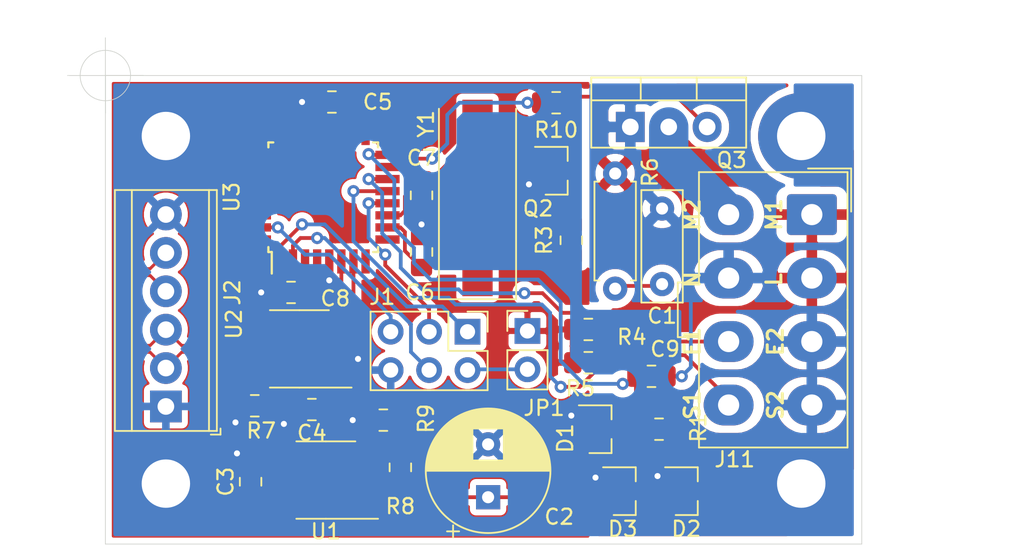
<source format=kicad_pcb>
(kicad_pcb (version 20171130) (host pcbnew 5.1.8+dfsg1-1+b1)
  (title_block (title "Single motor driver") (date 2020-10-23) (rev 1) (company "CCC Basel"))
  (layers (0 F.Cu signal) (31 B.Cu signal) (34 B.Paste user) (35 F.Paste user) (36 B.SilkS user) (37 F.SilkS user) (38 B.Mask user) (39 F.Mask user) (44 Edge.Cuts user))
  (net 0 "")
  (net 1 "Net-(C1-Pad1)")
  (net 2 GND)
  (net 3 "Net-(C2-Pad1)")
  (net 4 +5V)
  (net 5 "Net-(C6-Pad2)")
  (net 6 "Net-(C7-Pad2)")
  (net 7 LINE)
  (net 8 /STOP1)
  (net 9 /EMPTY1)
  (net 10 /MOTOR2)
  (net 11 /CAN_P)
  (net 12 /CAN_N)
  (net 13 /MISO)
  (net 14 /SCK)
  (net 15 /MOSI)
  (net 16 /~RESET)
  (net 17 /ZERO)
  (net 18 /TRIGGER)
  (net 19 "Net-(Q2-Pad3)")
  (net 20 "Net-(R7-Pad1)")
  (net 21 "Net-(R8-Pad2)")
  (net 22 /RXCAN)
  (net 23 /TXCAN)
  (net 24 "Net-(J1-Pad2)")
  (net 25 NEUT)
  (module Connector_Molex:Molex_Mini-Fit_Jr_5566-08A_2x04_P4.20mm_Vertical (layer F.Cu) (at 196.7 79.2 270)
    (fp_text reference J11 (at 16.2 5.1 180) (layer F.SilkS))
    (fp_text value Power)
    (pad 8 thru_hole oval (at 12.6 5.5 270) (size 2.7 3.3) (drill 1.4) (layers *.Cu *.Mask) (net 8 /STOP1))
    (pad 7 thru_hole oval (at 8.4 5.5 270) (size 2.7 3.3) (drill 1.4) (layers *.Cu *.Mask) (net 9 /EMPTY1))
    (pad 6 thru_hole oval (at 4.2 5.5 270) (size 2.7 3.3) (drill 1.4) (layers *.Cu *.Mask) (net 25 NEUT))
    (pad 5 thru_hole oval (at 0 5.5 270) (size 2.7 3.3) (drill 1.4) (layers *.Cu *.Mask) (net 10 /MOTOR2))
    (pad 4 thru_hole oval (at 12.6 0 270) (size 2.7 3.3) (drill 1.4) (layers *.Cu *.Mask) (net 2 GND))
    (pad 3 thru_hole oval (at 8.4 0 270) (size 2.7 3.3) (drill 1.4) (layers *.Cu *.Mask) (net 2 GND))
    (pad 2 thru_hole oval (at 4.2 0 270) (size 2.7 3.3) (drill 1.4) (layers *.Cu *.Mask) (net 7 LINE))
    (pad 1 thru_hole roundrect (at 0 0 270) (size 2.7 3.3) (drill 1.4) (layers *.Cu *.Mask) (roundrect_rratio 0.09259299999999999) (net 7 LINE))
  )
  (module Resistor_THT:R_Axial_DIN0207_L6.3mm_D2.5mm_P7.62mm_Horizontal (layer F.Cu) (at 183.7 76.48 270)
    (fp_text reference R6 (at -0.08 -2.3 270) (layer F.SilkS))
    (fp_text value 100)
    (pad 2 thru_hole oval (at 7.62 0 270) (size 1.6 1.6) (drill 0.8) (layers *.Cu *.Mask) (net 1 "Net-(C1-Pad1)"))
    (pad 1 thru_hole circle (at 0 0 270) (size 1.6 1.6) (drill 0.8) (layers *.Cu *.Mask) (net 7 LINE) (thermal_gap 0.5))
  )
  (module TerminalBlock_TE-Connectivity:TerminalBlock_TE_282834-6_1x06_P2.54mm_Horizontal (layer F.Cu) (at 154 91.895 90)
    (fp_text reference J2 (at 7.545 4.4 90) (layer F.SilkS))
    (fp_text value CAN)
    (pad 1 thru_hole rect (at 0 0 90) (size 2.1 2.1) (drill 1.1) (layers *.Cu *.Mask) (net 2 GND))
    (pad 2 thru_hole circle (at 2.54 0 90) (size 2.1 2.1) (drill 1.1) (layers *.Cu *.Mask) (net 11 /CAN_P))
    (pad 3 thru_hole circle (at 5.08 0 90) (size 2.1 2.1) (drill 1.1) (layers *.Cu *.Mask) (net 12 /CAN_N))
    (pad 4 thru_hole circle (at 7.62 0 90) (size 2.1 2.1) (drill 1.1) (layers *.Cu *.Mask) (net 12 /CAN_N))
    (pad 5 thru_hole circle (at 10.16 0 90) (size 2.1 2.1) (drill 1.1) (layers *.Cu *.Mask) (net 11 /CAN_P))
    (pad 6 thru_hole circle (at 12.7 0 90) (size 2.1 2.1) (drill 1.1) (layers *.Cu *.Mask) (net 2 GND))
  )
  (module Package_TO_SOT_SMD:SOT-23 (layer F.Cu) (at 184.3 97.5)
    (fp_text reference D3 (at -0.1 2.5) (layer F.SilkS))
    (fp_text value BAS40-04)
    (pad 3 smd rect (at 1 0) (size 0.9 0.8) (layers F.Cu F.Paste F.Mask) (net 25 NEUT))
    (pad 2 smd rect (at -1 0.95) (size 0.9 0.8) (layers F.Cu F.Paste F.Mask) (net 3 "Net-(C2-Pad1)"))
    (pad 1 smd rect (at -1 -0.95) (size 0.9 0.8) (layers F.Cu F.Paste F.Mask) (net 2 GND))
  )
  (module Package_TO_SOT_SMD:SOT-23 (layer F.Cu) (at 188.4 97.5)
    (fp_text reference D2 (at 0 2.5) (layer F.SilkS))
    (fp_text value BAS40-04)
    (pad 3 smd rect (at 1 0) (size 0.9 0.8) (layers F.Cu F.Paste F.Mask) (net 7 LINE))
    (pad 2 smd rect (at -1 0.95) (size 0.9 0.8) (layers F.Cu F.Paste F.Mask) (net 3 "Net-(C2-Pad1)"))
    (pad 1 smd rect (at -1 -0.95) (size 0.9 0.8) (layers F.Cu F.Paste F.Mask) (net 2 GND))
  )
  (module Package_TO_SOT_SMD:SOT-23 (layer F.Cu) (at 182.7 93.4)
    (fp_text reference D1 (at -2.3 0.6 90) (layer F.SilkS))
    (fp_text value BAS40-04)
    (pad 3 smd rect (at 1 0) (size 0.9 0.8) (layers F.Cu F.Paste F.Mask) (net 17 /ZERO))
    (pad 2 smd rect (at -1 0.95) (size 0.9 0.8) (layers F.Cu F.Paste F.Mask) (net 4 +5V))
    (pad 1 smd rect (at -1 -0.95) (size 0.9 0.8) (layers F.Cu F.Paste F.Mask) (net 2 GND))
  )
  (module Resistor_SMD:R_0805_2012Metric_Pad1.15x1.40mm_HandSolder (layer F.Cu) (at 186.6 93.4 180)
    (fp_text reference R1 (at -2.6 0.1 90) (layer F.SilkS))
    (fp_text value 100k)
    (pad 2 smd roundrect (at 1.025 0 180) (size 1.15 1.4) (layers F.Cu F.Paste F.Mask) (roundrect_rratio 0.2173904347826087) (net 17 /ZERO))
    (pad 1 smd roundrect (at -1.025 0 180) (size 1.15 1.4) (layers F.Cu F.Paste F.Mask) (roundrect_rratio 0.2173904347826087) (net 7 LINE))
  )
  (module Capacitor_SMD:C_0805_2012Metric_Pad1.15x1.40mm_HandSolder (layer F.Cu) (at 186.1 89.9)
    (fp_text reference C9 (at 0.9 -1.8 180) (layer F.SilkS))
    (fp_text value 1n)
    (pad 2 smd roundrect (at 1.025 0) (size 1.15 1.4) (layers F.Cu F.Paste F.Mask) (roundrect_rratio 0.2173904347826087) (net 25 NEUT))
    (pad 1 smd roundrect (at -1.025 0) (size 1.15 1.4) (layers F.Cu F.Paste F.Mask) (roundrect_rratio 0.2173904347826087) (net 17 /ZERO))
  )
  (module Capacitor_SMD:C_0805_2012Metric_Pad1.15x1.40mm_HandSolder (layer F.Cu) (at 162.275 84.35 180)
    (fp_text reference C8 (at -2.925 -0.4) (layer F.SilkS))
    (fp_text value 100n)
    (pad 2 smd roundrect (at 1.025 0 180) (size 1.15 1.4) (layers F.Cu F.Paste F.Mask) (roundrect_rratio 0.2173904347826087) (net 2 GND))
    (pad 1 smd roundrect (at -1.025 0 180) (size 1.15 1.4) (layers F.Cu F.Paste F.Mask) (roundrect_rratio 0.2173904347826087) (net 4 +5V))
  )
  (module MountingHole:MountingHole_3.2mm_M3_ISO7380_Pad (layer F.Cu) (at 196 97)
    (fp_text reference H4 hide)
    (fp_text value SE)
    (pad 1 thru_hole circle (at 0 0) (size 5.7 5.7) (drill 3.2) (layers *.Cu *.Mask) (net 2 GND))
  )
  (module MountingHole:MountingHole_3.2mm_M3_ISO7380_Pad (layer F.Cu) (at 196 74)
    (fp_text reference H3 hide)
    (fp_text value NE)
    (pad 1 thru_hole circle (at 0 0) (size 5.7 5.7) (drill 3.2) (layers *.Cu *.Mask) (net 2 GND))
  )
  (module MountingHole:MountingHole_3.2mm_M3_ISO7380_Pad (layer F.Cu) (at 154 97)
    (fp_text reference H2 hide)
    (fp_text value SW)
    (pad 1 thru_hole circle (at 0 0) (size 5.7 5.7) (drill 3.2) (layers *.Cu *.Mask) (net 2 GND))
  )
  (module MountingHole:MountingHole_3.2mm_M3_ISO7380_Pad (layer F.Cu) (at 154 74)
    (fp_text reference H1 hide)
    (fp_text value NW)
    (pad 1 thru_hole circle (at 0 0) (size 5.7 5.7) (drill 3.2) (layers *.Cu *.Mask) (net 2 GND))
  )
  (module Capacitor_THT:C_Rect_L7.2mm_W2.5mm_P5.00mm_FKS2_FKP2_MKS2_MKP2 (layer F.Cu) (at 186.8 83.8 90)
    (fp_text reference C1 (at -2.1 0 180) (layer F.SilkS))
    (fp_text value 220n)
    (pad 1 thru_hole circle (at 0 0 90) (size 1.6 1.6) (drill 0.8) (layers *.Cu *.Mask) (net 1 "Net-(C1-Pad1)"))
    (pad 2 thru_hole circle (at 5 0 90) (size 1.6 1.6) (drill 0.8) (layers *.Cu *.Mask) (net 25 NEUT))
  )
  (module Capacitor_THT:CP_Radial_D8.0mm_P3.50mm (layer F.Cu) (at 175.3 97.9 90)
    (fp_text reference C2 (at -1.3 4.7 180) (layer F.SilkS))
    (fp_text value 100u)
    (pad 1 thru_hole rect (at 0 0 90) (size 1.6 1.6) (drill 0.8) (layers *.Cu *.Mask) (net 3 "Net-(C2-Pad1)"))
    (pad 2 thru_hole circle (at 3.5 0 90) (size 1.6 1.6) (drill 0.8) (layers *.Cu *.Mask) (net 2 GND))
  )
  (module Capacitor_SMD:C_0805_2012Metric_Pad1.15x1.40mm_HandSolder (layer F.Cu) (at 159.6 96.875 90)
    (fp_text reference C3 (at 0 -1.65 90) (layer F.SilkS))
    (fp_text value 10u)
    (pad 1 smd roundrect (at -1.025 0 90) (size 1.15 1.4) (layers F.Cu F.Paste F.Mask) (roundrect_rratio 0.2173904347826087) (net 4 +5V))
    (pad 2 smd roundrect (at 1.025 0 90) (size 1.15 1.4) (layers F.Cu F.Paste F.Mask) (roundrect_rratio 0.2173904347826087) (net 2 GND))
  )
  (module Capacitor_SMD:C_0805_2012Metric_Pad1.15x1.40mm_HandSolder (layer F.Cu) (at 163.65 92.1 180)
    (fp_text reference C4 (at 0 -1.55) (layer F.SilkS))
    (fp_text value 100n)
    (pad 1 smd roundrect (at -1.025 0 180) (size 1.15 1.4) (layers F.Cu F.Paste F.Mask) (roundrect_rratio 0.2173904347826087) (net 4 +5V))
    (pad 2 smd roundrect (at 1.025 0 180) (size 1.15 1.4) (layers F.Cu F.Paste F.Mask) (roundrect_rratio 0.2173904347826087) (net 2 GND))
  )
  (module Capacitor_SMD:C_0805_2012Metric_Pad1.15x1.40mm_HandSolder (layer F.Cu) (at 164.975 71.75 180)
    (fp_text reference C5 (at -3.025 0) (layer F.SilkS))
    (fp_text value 100n)
    (pad 2 smd roundrect (at 1.025 0 180) (size 1.15 1.4) (layers F.Cu F.Paste F.Mask) (roundrect_rratio 0.2173904347826087) (net 2 GND))
    (pad 1 smd roundrect (at -1.025 0 180) (size 1.15 1.4) (layers F.Cu F.Paste F.Mask) (roundrect_rratio 0.2173904347826087) (net 4 +5V))
  )
  (module Capacitor_SMD:C_0805_2012Metric_Pad1.15x1.40mm_HandSolder (layer F.Cu) (at 170.9 81.675 270)
    (fp_text reference C6 (at 2.675 0.1 180) (layer F.SilkS))
    (fp_text value 22p)
    (pad 1 smd roundrect (at -1.025 0 270) (size 1.15 1.4) (layers F.Cu F.Paste F.Mask) (roundrect_rratio 0.2173904347826087) (net 2 GND))
    (pad 2 smd roundrect (at 1.025 0 270) (size 1.15 1.4) (layers F.Cu F.Paste F.Mask) (roundrect_rratio 0.2173904347826087) (net 5 "Net-(C6-Pad2)"))
  )
  (module Capacitor_SMD:C_0805_2012Metric_Pad1.15x1.40mm_HandSolder (layer F.Cu) (at 170.9 77.925 90)
    (fp_text reference C7 (at 2.475 0 180) (layer F.SilkS))
    (fp_text value 22p)
    (pad 2 smd roundrect (at 1.025 0 90) (size 1.15 1.4) (layers F.Cu F.Paste F.Mask) (roundrect_rratio 0.2173904347826087) (net 6 "Net-(C7-Pad2)"))
    (pad 1 smd roundrect (at -1.025 0 90) (size 1.15 1.4) (layers F.Cu F.Paste F.Mask) (roundrect_rratio 0.2173904347826087) (net 2 GND))
  )
  (module Connector_PinHeader_2.54mm:PinHeader_2x03_P2.54mm_Vertical (layer F.Cu) (at 173.94 86.95 270)
    (fp_text reference J1 (at -2.3 5.64 180) (layer F.SilkS))
    (fp_text value AVR-ISP-6)
    (pad 1 thru_hole rect (at 0 0 270) (size 1.7 1.7) (drill 1) (layers *.Cu *.Mask) (net 13 /MISO))
    (pad 2 thru_hole oval (at 2.54 0 270) (size 1.7 1.7) (drill 1) (layers *.Cu *.Mask) (net 24 "Net-(J1-Pad2)"))
    (pad 3 thru_hole oval (at 0 2.54 270) (size 1.7 1.7) (drill 1) (layers *.Cu *.Mask) (net 14 /SCK))
    (pad 4 thru_hole oval (at 2.54 2.54 270) (size 1.7 1.7) (drill 1) (layers *.Cu *.Mask) (net 15 /MOSI))
    (pad 5 thru_hole oval (at 0 5.08 270) (size 1.7 1.7) (drill 1) (layers *.Cu *.Mask) (net 16 /~RESET))
    (pad 6 thru_hole oval (at 2.54 5.08 270) (size 1.7 1.7) (drill 1) (layers *.Cu *.Mask) (net 2 GND))
  )
  (module Connector_PinHeader_2.54mm:PinHeader_1x02_P2.54mm_Vertical (layer F.Cu) (at 177.9 86.9)
    (fp_text reference JP1 (at 1.1 5.1) (layer F.SilkS))
    (fp_text value ISPPOWER)
    (pad 1 thru_hole rect (at 0 0) (size 1.7 1.7) (drill 1) (layers *.Cu *.Mask) (net 4 +5V))
    (pad 2 thru_hole oval (at 0 2.54) (size 1.7 1.7) (drill 1) (layers *.Cu *.Mask) (net 24 "Net-(J1-Pad2)"))
  )
  (module Package_TO_SOT_SMD:SOT-23 (layer F.Cu) (at 179.8 76.3)
    (fp_text reference Q2 (at -1.2 2.5 180) (layer F.SilkS))
    (fp_text value 2N7002)
    (pad 1 smd rect (at -1 -0.95) (size 0.9 0.8) (layers F.Cu F.Paste F.Mask) (net 18 /TRIGGER))
    (pad 2 smd rect (at -1 0.95) (size 0.9 0.8) (layers F.Cu F.Paste F.Mask) (net 2 GND))
    (pad 3 smd rect (at 1 0) (size 0.9 0.8) (layers F.Cu F.Paste F.Mask) (net 19 "Net-(Q2-Pad3)"))
  )
  (module Package_TO_SOT_THT:TO-220-3_Vertical (layer F.Cu) (at 184.7 73.4)
    (fp_text reference Q3 (at 6.7 2.2) (layer F.SilkS))
    (fp_text value BTA06-600TW)
    (pad 1 thru_hole rect (at 0 0) (size 1.905 2) (drill 1.1) (layers *.Cu *.Mask) (net 25 NEUT))
    (pad 2 thru_hole oval (at 2.54 0) (size 1.905 2) (drill 1.1) (layers *.Cu *.Mask) (net 10 /MOTOR2))
    (pad 3 thru_hole oval (at 5.08 0) (size 1.905 2) (drill 1.1) (layers *.Cu *.Mask) (net 19 "Net-(Q2-Pad3)"))
  )
  (module Resistor_SMD:R_0805_2012Metric_Pad1.15x1.40mm_HandSolder (layer F.Cu) (at 180.8 80.9 270)
    (fp_text reference R3 (at 0 1.8 90) (layer F.SilkS))
    (fp_text value 510)
    (pad 1 smd roundrect (at -1.025 0 270) (size 1.15 1.4) (layers F.Cu F.Paste F.Mask) (roundrect_rratio 0.2173904347826087) (net 19 "Net-(Q2-Pad3)"))
    (pad 2 smd roundrect (at 1.025 0 270) (size 1.15 1.4) (layers F.Cu F.Paste F.Mask) (roundrect_rratio 0.2173904347826087) (net 4 +5V))
  )
  (module Resistor_SMD:R_0805_2012Metric_Pad1.15x1.40mm_HandSolder (layer F.Cu) (at 181.925 86.8 180)
    (fp_text reference R4 (at -2.875 -0.5) (layer F.SilkS))
    (fp_text value 1k)
    (pad 2 smd roundrect (at 1.025 0 180) (size 1.15 1.4) (layers F.Cu F.Paste F.Mask) (roundrect_rratio 0.2173904347826087) (net 4 +5V))
    (pad 1 smd roundrect (at -1.025 0 180) (size 1.15 1.4) (layers F.Cu F.Paste F.Mask) (roundrect_rratio 0.2173904347826087) (net 9 /EMPTY1))
  )
  (module Resistor_SMD:R_0805_2012Metric_Pad1.15x1.40mm_HandSolder (layer F.Cu) (at 181.925 89 180)
    (fp_text reference R5 (at 0.525 -1.7) (layer F.SilkS))
    (fp_text value 1k)
    (pad 1 smd roundrect (at -1.025 0 180) (size 1.15 1.4) (layers F.Cu F.Paste F.Mask) (roundrect_rratio 0.2173904347826087) (net 8 /STOP1))
    (pad 2 smd roundrect (at 1.025 0 180) (size 1.15 1.4) (layers F.Cu F.Paste F.Mask) (roundrect_rratio 0.2173904347826087) (net 4 +5V))
  )
  (module Resistor_SMD:R_0805_2012Metric_Pad1.15x1.40mm_HandSolder (layer F.Cu) (at 159.875 91.85 180)
    (fp_text reference R7 (at -0.425 -1.65) (layer F.SilkS))
    (fp_text value 0)
    (pad 2 smd roundrect (at 1.025 0 180) (size 1.15 1.4) (layers F.Cu F.Paste F.Mask) (roundrect_rratio 0.2173904347826087) (net 2 GND))
    (pad 1 smd roundrect (at -1.025 0 180) (size 1.15 1.4) (layers F.Cu F.Paste F.Mask) (roundrect_rratio 0.2173904347826087) (net 20 "Net-(R7-Pad1)"))
  )
  (module Resistor_SMD:R_0805_2012Metric_Pad1.15x1.40mm_HandSolder (layer F.Cu) (at 169.5 95.925 90)
    (fp_text reference R8 (at -2.575 0 180) (layer F.SilkS))
    (fp_text value 510)
    (pad 2 smd roundrect (at 1.025 0 90) (size 1.15 1.4) (layers F.Cu F.Paste F.Mask) (roundrect_rratio 0.2173904347826087) (net 21 "Net-(R8-Pad2)"))
    (pad 1 smd roundrect (at -1.025 0 90) (size 1.15 1.4) (layers F.Cu F.Paste F.Mask) (roundrect_rratio 0.2173904347826087) (net 4 +5V))
  )
  (module Resistor_SMD:R_0805_2012Metric_Pad1.15x1.40mm_HandSolder (layer F.Cu) (at 168.375 92.8 180)
    (fp_text reference R9 (at -2.825 0.1 90) (layer F.SilkS))
    (fp_text value 1k5)
    (pad 1 smd roundrect (at -1.025 0 180) (size 1.15 1.4) (layers F.Cu F.Paste F.Mask) (roundrect_rratio 0.2173904347826087) (net 21 "Net-(R8-Pad2)"))
    (pad 2 smd roundrect (at 1.025 0 180) (size 1.15 1.4) (layers F.Cu F.Paste F.Mask) (roundrect_rratio 0.2173904347826087) (net 2 GND))
  )
  (module Resistor_SMD:R_0805_2012Metric_Pad1.15x1.40mm_HandSolder (layer F.Cu) (at 179.8 71.8 180)
    (fp_text reference R10 (at 0 -1.8) (layer F.SilkS))
    (fp_text value 0)
    (pad 1 smd roundrect (at -1.025 0 180) (size 1.15 1.4) (layers F.Cu F.Paste F.Mask) (roundrect_rratio 0.2173904347826087) (net 19 "Net-(Q2-Pad3)"))
    (pad 2 smd roundrect (at 1.025 0 180) (size 1.15 1.4) (layers F.Cu F.Paste F.Mask) (roundrect_rratio 0.2173904347826087) (net 18 /TRIGGER))
  )
  (module Package_SO:SOIC-8_3.9x4.9mm_P1.27mm (layer F.Cu) (at 164.575 96.765 180)
    (fp_text reference U1 (at 0 -3.4) (layer F.SilkS))
    (fp_text value LM317LI)
    (pad 1 smd roundrect (at -2.475 -1.905 180) (size 1.95 0.6) (layers F.Cu F.Paste F.Mask) (net 3 "Net-(C2-Pad1)"))
    (pad 2 smd roundrect (at -2.475 -0.635 180) (size 1.95 0.6) (layers F.Cu F.Paste F.Mask) (net 4 +5V))
    (pad 3 smd roundrect (at -2.475 0.635 180) (size 1.95 0.6) (layers F.Cu F.Paste F.Mask) (net 4 +5V))
    (pad 4 smd roundrect (at -2.475 1.905 180) (size 1.95 0.6) (layers F.Cu F.Paste F.Mask) (net 21 "Net-(R8-Pad2)"))
    (pad 5 smd roundrect (at 2.475 1.905 180) (size 1.95 0.6) (layers F.Cu F.Paste F.Mask))
    (pad 6 smd roundrect (at 2.475 0.635 180) (size 1.95 0.6) (layers F.Cu F.Paste F.Mask) (net 4 +5V))
    (pad 7 smd roundrect (at 2.475 -0.635 180) (size 1.95 0.6) (layers F.Cu F.Paste F.Mask) (net 4 +5V))
    (pad 8 smd roundrect (at 2.475 -1.905 180) (size 1.95 0.6) (layers F.Cu F.Paste F.Mask))
  )
  (module Package_SO:SOIC-8_3.9x4.9mm_P1.27mm (layer F.Cu) (at 162.825 88.085 180)
    (fp_text reference U2 (at 4.325 1.635 90) (layer F.SilkS))
    (fp_text value MCP2551-I-SN)
    (pad 8 smd roundrect (at 2.475 -1.905 180) (size 1.95 0.6) (layers F.Cu F.Paste F.Mask) (net 20 "Net-(R7-Pad1)"))
    (pad 7 smd roundrect (at 2.475 -0.635 180) (size 1.95 0.8) (layers F.Cu F.Paste F.Mask) (net 11 /CAN_P))
    (pad 6 smd roundrect (at 2.475 0.635 180) (size 1.95 0.8) (layers F.Cu F.Paste F.Mask) (net 12 /CAN_N))
    (pad 5 smd roundrect (at 2.475 1.905 180) (size 1.95 0.6) (layers F.Cu F.Paste F.Mask))
    (pad 4 smd roundrect (at -2.475 1.905 180) (size 1.95 0.6) (layers F.Cu F.Paste F.Mask) (net 22 /RXCAN))
    (pad 3 smd roundrect (at -2.475 0.635 180) (size 1.95 0.6) (layers F.Cu F.Paste F.Mask) (net 4 +5V))
    (pad 2 smd roundrect (at -2.475 -0.635 180) (size 1.95 0.6) (layers F.Cu F.Paste F.Mask) (net 2 GND))
    (pad 1 smd roundrect (at -2.475 -1.905 180) (size 1.95 0.6) (layers F.Cu F.Paste F.Mask) (net 23 /TXCAN))
  )
  (module Package_QFP:TQFP-32_7x7mm_P0.8mm (layer F.Cu) (at 164.4 78.05 90)
    (fp_text reference U3 (at 0 -6.05 90) (layer F.SilkS))
    (fp_text value ATmega32M1-AU)
    (pad 1 smd rect (at -4.25 -2.8 90) (size 1.6 0.55) (layers F.Cu F.Paste F.Mask) (net 13 /MISO))
    (pad 2 smd rect (at -4.25 -2 90) (size 1.6 0.55) (layers F.Cu F.Paste F.Mask) (net 15 /MOSI))
    (pad 3 smd rect (at -4.25 -1.2 90) (size 1.6 0.55) (layers F.Cu F.Paste F.Mask))
    (pad 4 smd rect (at -4.25 -0.4 90) (size 1.6 0.55) (layers F.Cu F.Paste F.Mask) (net 4 +5V))
    (pad 5 smd rect (at -4.25 0.4 90) (size 1.6 0.55) (layers F.Cu F.Paste F.Mask) (net 2 GND))
    (pad 6 smd rect (at -4.25 1.2 90) (size 1.6 0.55) (layers F.Cu F.Paste F.Mask) (net 23 /TXCAN))
    (pad 7 smd rect (at -4.25 2 90) (size 1.6 0.55) (layers F.Cu F.Paste F.Mask) (net 22 /RXCAN))
    (pad 8 smd rect (at -4.25 2.8 90) (size 1.6 0.55) (layers F.Cu F.Paste F.Mask))
    (pad 9 smd rect (at -2.8 4.25 180) (size 1.6 0.55) (layers F.Cu F.Paste F.Mask))
    (pad 10 smd rect (at -2 4.25 180) (size 1.6 0.55) (layers F.Cu F.Paste F.Mask) (net 5 "Net-(C6-Pad2)"))
    (pad 11 smd rect (at -1.2 4.25 180) (size 1.6 0.55) (layers F.Cu F.Paste F.Mask) (net 6 "Net-(C7-Pad2)"))
    (pad 12 smd rect (at -0.4 4.25 180) (size 1.6 0.55) (layers F.Cu F.Paste F.Mask) (net 14 /SCK))
    (pad 13 smd rect (at 0.4 4.25 180) (size 1.6 0.55) (layers F.Cu F.Paste F.Mask) (net 8 /STOP1))
    (pad 14 smd rect (at 1.2 4.25 180) (size 1.6 0.55) (layers F.Cu F.Paste F.Mask) (net 9 /EMPTY1))
    (pad 15 smd rect (at 2 4.25 180) (size 1.6 0.55) (layers F.Cu F.Paste F.Mask) (net 18 /TRIGGER))
    (pad 16 smd rect (at 2.8 4.25 180) (size 1.6 0.55) (layers F.Cu F.Paste F.Mask) (net 17 /ZERO))
    (pad 17 smd rect (at 4.25 2.8 90) (size 1.6 0.55) (layers F.Cu F.Paste F.Mask))
    (pad 18 smd rect (at 4.25 2 90) (size 1.6 0.55) (layers F.Cu F.Paste F.Mask))
    (pad 19 smd rect (at 4.25 1.2 90) (size 1.6 0.55) (layers F.Cu F.Paste F.Mask) (net 4 +5V))
    (pad 20 smd rect (at 4.25 0.4 90) (size 1.6 0.55) (layers F.Cu F.Paste F.Mask) (net 2 GND))
    (pad 21 smd rect (at 4.25 -0.4 90) (size 1.6 0.55) (layers F.Cu F.Paste F.Mask))
    (pad 22 smd rect (at 4.25 -1.2 90) (size 1.6 0.55) (layers F.Cu F.Paste F.Mask))
    (pad 23 smd rect (at 4.25 -2 90) (size 1.6 0.55) (layers F.Cu F.Paste F.Mask))
    (pad 24 smd rect (at 4.25 -2.8 90) (size 1.6 0.55) (layers F.Cu F.Paste F.Mask))
    (pad 25 smd rect (at 2.8 -4.25 180) (size 1.6 0.55) (layers F.Cu F.Paste F.Mask))
    (pad 26 smd rect (at 2 -4.25 180) (size 1.6 0.55) (layers F.Cu F.Paste F.Mask))
    (pad 27 smd rect (at 1.2 -4.25 180) (size 1.6 0.55) (layers F.Cu F.Paste F.Mask))
    (pad 28 smd rect (at 0.4 -4.25 180) (size 1.6 0.55) (layers F.Cu F.Paste F.Mask))
    (pad 29 smd rect (at -0.4 -4.25 180) (size 1.6 0.55) (layers F.Cu F.Paste F.Mask))
    (pad 30 smd rect (at -1.2 -4.25 180) (size 1.6 0.55) (layers F.Cu F.Paste F.Mask))
    (pad 31 smd rect (at -2 -4.25 180) (size 1.6 0.55) (layers F.Cu F.Paste F.Mask) (net 16 /~RESET))
    (pad 32 smd rect (at -2.8 -4.25 180) (size 1.6 0.55) (layers F.Cu F.Paste F.Mask))
  )
  (module Crystal:Crystal_SMD_HC49-SD (layer F.Cu) (at 174.6 78.1 90)
    (fp_text reference Y1 (at 4.9 -3.4 90) (layer F.SilkS))
    (fp_text value 16MHz)
    (pad 1 smd rect (at -4.25 0 90) (size 4.5 2) (layers F.Cu F.Paste F.Mask) (net 5 "Net-(C6-Pad2)"))
    (pad 2 smd rect (at 4.25 0 90) (size 4.5 2) (layers F.Cu F.Paste F.Mask) (net 6 "Net-(C7-Pad2)"))
  )
  (gr_text S2 (at 194.3 91.8 90) (layer F.SilkS) (effects (font (size 1 1) (thickness 0.2))))
  (gr_text S1 (at 188.8 91.8 90) (layer F.SilkS) (effects (font (size 1 1) (thickness 0.2))))
  (gr_text E1 (at 188.8 87.6 90) (layer F.SilkS) (effects (font (size 1 1) (thickness 0.2))))
  (gr_text E2 (at 194.3 87.6 90) (layer F.SilkS) (effects (font (size 1 1) (thickness 0.2))))
  (gr_text N (at 188.8 83.5 90) (layer F.SilkS) (effects (font (size 1 1) (thickness 0.2))))
  (gr_text L (at 194.2 83.5 90) (layer F.SilkS) (effects (font (size 1 1) (thickness 0.2))))
  (gr_text M1 (at 194.2 79.2 90) (layer F.SilkS) (effects (font (size 1 1) (thickness 0.2))))
  (gr_text M2 (at 188.8 79.2 90) (layer F.SilkS) (effects (font (size 1 1) (thickness 0.2))))
  (target plus (at 150 70) (size 5) (width 0.05) (layer Edge.Cuts))
  (gr_line (start 200 70) (end 150 70) (layer Edge.Cuts) (width 0.05))
  (gr_line (start 200 101) (end 200 70) (layer Edge.Cuts) (width 0.05))
  (gr_line (start 150 101) (end 200 101) (layer Edge.Cuts) (width 0.05))
  (gr_line (start 150 70) (end 150 101) (layer Edge.Cuts) (width 0.05))
  (segment (start 186.38 83.92) (end 186.7 83.6) (width 0.25) (layer F.Cu) (net 1))
  (segment (start 183.6 83.92) (end 186.38 83.92) (width 0.25) (layer F.Cu) (net 1))
  (via (at 160.3 84.35) (size 0.8) (drill 0.4) (layers F.Cu B.Cu) (net 2))
  (segment (start 161.25 84.35) (end 160.3 84.35) (width 0.25) (layer F.Cu) (net 2))
  (via (at 164.8 83.55) (size 0.8) (drill 0.4) (layers F.Cu B.Cu) (net 2))
  (segment (start 164.8 82.3) (end 164.8 83.55) (width 0.25) (layer F.Cu) (net 2))
  (via (at 163 71.75) (size 0.8) (drill 0.4) (layers F.Cu B.Cu) (net 2))
  (segment (start 163.95 71.75) (end 163 71.75) (width 0.25) (layer F.Cu) (net 2))
  (segment (start 164.8 72.6) (end 163.95 71.75) (width 0.25) (layer F.Cu) (net 2))
  (segment (start 164.8 73.8) (end 164.8 72.6) (width 0.25) (layer F.Cu) (net 2))
  (via (at 158.6 92.95) (size 0.8) (drill 0.4) (layers F.Cu B.Cu) (net 2))
  (segment (start 158.85 92.7) (end 158.6 92.95) (width 0.25) (layer F.Cu) (net 2))
  (segment (start 158.85 91.8) (end 158.85 92.65) (width 0.25) (layer F.Cu) (net 2))
  (via (at 158.7 95) (size 0.8) (drill 0.4) (layers F.Cu B.Cu) (net 2))
  (segment (start 159.55 95.85) (end 158.7 95) (width 0.25) (layer F.Cu) (net 2))
  (segment (start 159.6 95.85) (end 159.55 95.85) (width 0.25) (layer F.Cu) (net 2))
  (via (at 166.7 88.75) (size 0.8) (drill 0.4) (layers F.Cu B.Cu) (net 2))
  (segment (start 166.67 88.72) (end 166.7 88.75) (width 0.25) (layer F.Cu) (net 2))
  (segment (start 165.3 88.72) (end 166.67 88.72) (width 0.25) (layer F.Cu) (net 2))
  (via (at 170.9 79.85) (size 0.8) (drill 0.4) (layers F.Cu B.Cu) (net 2))
  (segment (start 170.9 78.95) (end 170.9 79.85) (width 0.25) (layer F.Cu) (net 2))
  (segment (start 170.9 80.65) (end 170.9 79.85) (width 0.25) (layer F.Cu) (net 2))
  (via (at 186.5 96.5) (size 0.8) (drill 0.4) (layers F.Cu B.Cu) (net 2))
  (segment (start 186.55 96.55) (end 186.5 96.5) (width 0.25) (layer F.Cu) (net 2))
  (segment (start 187.4 96.55) (end 186.55 96.55) (width 0.25) (layer F.Cu) (net 2))
  (via (at 180.8 92.5) (size 0.8) (drill 0.4) (layers F.Cu B.Cu) (net 2))
  (segment (start 180.85 92.45) (end 180.8 92.5) (width 0.25) (layer F.Cu) (net 2))
  (segment (start 181.7 92.45) (end 180.85 92.45) (width 0.25) (layer F.Cu) (net 2))
  (via (at 182.4 96.6) (size 0.8) (drill 0.4) (layers F.Cu B.Cu) (net 2))
  (segment (start 182.45 96.55) (end 182.4 96.6) (width 0.25) (layer F.Cu) (net 2))
  (segment (start 183.3 96.55) (end 182.45 96.55) (width 0.25) (layer F.Cu) (net 2))
  (via (at 166.35 92.8) (size 0.8) (drill 0.4) (layers F.Cu B.Cu) (net 2))
  (segment (start 167.35 92.8) (end 166.35 92.8) (width 0.25) (layer F.Cu) (net 2))
  (via (at 161.8 93.05) (size 0.8) (drill 0.4) (layers F.Cu B.Cu) (net 2))
  (segment (start 161.8 92.925) (end 161.8 93.05) (width 0.25) (layer F.Cu) (net 2))
  (segment (start 162.625 92.1) (end 161.8 92.925) (width 0.25) (layer F.Cu) (net 2))
  (via (at 178 77.2) (size 0.8) (drill 0.4) (layers F.Cu B.Cu) (net 2))
  (segment (start 178.05 77.25) (end 178 77.2) (width 0.25) (layer F.Cu) (net 2))
  (segment (start 178.8 77.25) (end 178.05 77.25) (width 0.25) (layer F.Cu) (net 2))
  (segment (start 169.1 97.9) (end 168.33 98.67) (width 0.25) (layer F.Cu) (net 3))
  (segment (start 175.3 97.9) (end 169.1 97.9) (width 0.25) (layer F.Cu) (net 3))
  (segment (start 167.05 98.67) (end 168.33 98.67) (width 0.25) (layer F.Cu) (net 3))
  (segment (start 182.75 97.9) (end 183.3 98.45) (width 0.25) (layer F.Cu) (net 3))
  (segment (start 175.3 97.9) (end 182.75 97.9) (width 0.25) (layer F.Cu) (net 3))
  (segment (start 183.3 98.45) (end 187.4 98.45) (width 0.25) (layer F.Cu) (net 3))
  (segment (start 164 83.65) (end 163.3 84.35) (width 0.25) (layer F.Cu) (net 4))
  (segment (start 164 82.3) (end 164 83.65) (width 0.25) (layer F.Cu) (net 4))
  (segment (start 165.6 72.15) (end 166 71.75) (width 0.25) (layer F.Cu) (net 4))
  (segment (start 165.6 73.8) (end 165.6 72.15) (width 0.25) (layer F.Cu) (net 4))
  (segment (start 169.05 97.4) (end 169.5 96.95) (width 0.25) (layer F.Cu) (net 4))
  (segment (start 167.05 97.4) (end 169.05 97.4) (width 0.25) (layer F.Cu) (net 4))
  (segment (start 163.3 84.35) (end 163.3 89.85) (width 0.25) (layer F.Cu) (net 4))
  (segment (start 164.675 91.225) (end 164.675 92.1) (width 0.25) (layer F.Cu) (net 4))
  (segment (start 163.3 89.85) (end 164.675 91.225) (width 0.25) (layer F.Cu) (net 4))
  (segment (start 168.65 80.05) (end 169.5 80.05) (width 0.25) (layer F.Cu) (net 5))
  (segment (start 169.5 80.05) (end 169.8 80.35) (width 0.25) (layer F.Cu) (net 5))
  (segment (start 169.8 81.6) (end 170.9 82.7) (width 0.25) (layer F.Cu) (net 5))
  (segment (start 169.8 80.35) (end 169.8 81.6) (width 0.25) (layer F.Cu) (net 5))
  (segment (start 173.95 82.65) (end 174.6 82) (width 0.25) (layer F.Cu) (net 5))
  (segment (start 170.9 82.65) (end 173.95 82.65) (width 0.25) (layer F.Cu) (net 5))
  (segment (start 168.65 79.25) (end 169.5 79.25) (width 0.25) (layer F.Cu) (net 6))
  (segment (start 169.5 79.25) (end 169.8 78.95) (width 0.25) (layer F.Cu) (net 6))
  (segment (start 169.8 78) (end 170.9 76.9) (width 0.25) (layer F.Cu) (net 6))
  (segment (start 169.8 78.95) (end 169.8 78) (width 0.25) (layer F.Cu) (net 6))
  (segment (start 171.55 76.9) (end 174.6 73.85) (width 0.25) (layer F.Cu) (net 6))
  (segment (start 170.9 76.9) (end 171.55 76.9) (width 0.25) (layer F.Cu) (net 6))
  (via (at 166.4 77.65) (size 0.8) (drill 0.4) (layers F.Cu B.Cu) (net 8))
  (segment (start 166.4 80.95) (end 166.4 77.65) (width 0.25) (layer B.Cu) (net 8))
  (segment (start 170.2 84.75) (end 166.4 80.95) (width 0.25) (layer B.Cu) (net 8))
  (segment (start 166.4 77.65) (end 168.65 77.65) (width 0.25) (layer F.Cu) (net 8))
  (segment (start 181.35 90.6) (end 180.1 90.6) (width 0.25) (layer F.Cu) (net 8))
  (via (at 180.1 90.6) (size 0.8) (drill 0.4) (layers F.Cu B.Cu) (net 8))
  (segment (start 182.95 89) (end 181.35 90.6) (width 0.25) (layer F.Cu) (net 8))
  (segment (start 179.4 85.7) (end 179.4 89.9) (width 0.25) (layer B.Cu) (net 8))
  (segment (start 179.4 89.9) (end 180.1 90.6) (width 0.25) (layer B.Cu) (net 8))
  (segment (start 178.85 85.15) (end 179.4 85.7) (width 0.25) (layer B.Cu) (net 8))
  (segment (start 173.15 85.15) (end 178.85 85.15) (width 0.25) (layer B.Cu) (net 8))
  (segment (start 172.7 84.7) (end 173.15 85.15) (width 0.25) (layer B.Cu) (net 8))
  (segment (start 170.2 84.7) (end 172.7 84.7) (width 0.25) (layer B.Cu) (net 8))
  (segment (start 182.95 89) (end 182.95 88.75) (width 0.25) (layer F.Cu) (net 8))
  (segment (start 182.95 88.75) (end 183.2 88.5) (width 0.25) (layer F.Cu) (net 8))
  (segment (start 183.2 88.5) (end 188.3 88.5) (width 0.25) (layer F.Cu) (net 8))
  (segment (start 191.2 91.4) (end 191.2 91.8) (width 0.25) (layer F.Cu) (net 8))
  (segment (start 188.3 88.5) (end 191.2 91.4) (width 0.25) (layer F.Cu) (net 8))
  (segment (start 182.95 86.8) (end 181.85 85.7) (width 0.25) (layer F.Cu) (net 9))
  (segment (start 181.85 85.7) (end 180.2 85.7) (width 0.25) (layer F.Cu) (net 9))
  (via (at 167.4 76.85) (size 0.8) (drill 0.4) (layers F.Cu B.Cu) (net 9))
  (segment (start 167.4 76.85) (end 168.65 76.85) (width 0.25) (layer F.Cu) (net 9))
  (segment (start 180.2 85.7) (end 179.9 85.4) (width 0.25) (layer F.Cu) (net 9))
  (via (at 177.7 84.4) (size 0.8) (drill 0.4) (layers F.Cu B.Cu) (net 9))
  (segment (start 178.9 84.4) (end 179.15 84.65) (width 0.25) (layer F.Cu) (net 9))
  (segment (start 177.7 84.4) (end 178.9 84.4) (width 0.25) (layer F.Cu) (net 9))
  (segment (start 179.9 85.4) (end 179.15 84.65) (width 0.25) (layer F.Cu) (net 9))
  (segment (start 173.35 84.15) (end 173.6 84.4) (width 0.25) (layer B.Cu) (net 9))
  (segment (start 170.95 84.15) (end 173.35 84.15) (width 0.25) (layer B.Cu) (net 9))
  (segment (start 169.525 82.725) (end 170.95 84.15) (width 0.25) (layer B.Cu) (net 9))
  (segment (start 169.525 81.675) (end 169.525 82.725) (width 0.25) (layer B.Cu) (net 9))
  (segment (start 168.3 80.45) (end 169.525 81.675) (width 0.25) (layer B.Cu) (net 9))
  (segment (start 168.3 77.75) (end 168.3 80.45) (width 0.25) (layer B.Cu) (net 9))
  (segment (start 173.6 84.4) (end 177.7 84.4) (width 0.25) (layer B.Cu) (net 9))
  (segment (start 167.4 76.85) (end 168.3 77.75) (width 0.25) (layer B.Cu) (net 9))
  (segment (start 183.75 87.6) (end 182.95 86.8) (width 0.25) (layer F.Cu) (net 9))
  (segment (start 191.2 87.6) (end 183.75 87.6) (width 0.25) (layer F.Cu) (net 9))
  (segment (start 187.24 75.24) (end 191.2 79.2) (width 2.6) (layer B.Cu) (net 10))
  (segment (start 187.24 73.4) (end 187.24 75.24) (width 2.6) (layer B.Cu) (net 10))
  (segment (start 154 81.735) (end 152.955 82.78) (width 0.2) (layer F.Cu) (net 11))
  (segment (start 152.955 82.78) (end 152.1518 82.78) (width 0.2) (layer F.Cu) (net 11))
  (segment (start 152.1518 82.78) (end 151.275 83.6568) (width 0.2) (layer F.Cu) (net 11))
  (segment (start 151.275 83.6568) (end 151.275 87.4432) (width 0.2) (layer F.Cu) (net 11))
  (segment (start 152.955 88.31) (end 154 89.355) (width 0.2) (layer F.Cu) (net 11))
  (segment (start 152.1418 88.31) (end 152.955 88.31) (width 0.2) (layer F.Cu) (net 11))
  (segment (start 151.275 87.4432) (end 152.1418 88.31) (width 0.2) (layer F.Cu) (net 11))
  (segment (start 159.94 88.31) (end 160.35 88.72) (width 0.2) (layer F.Cu) (net 11))
  (segment (start 155.045 88.31) (end 159.94 88.31) (width 0.2) (layer F.Cu) (net 11))
  (segment (start 154 89.355) (end 155.045 88.31) (width 0.2) (layer F.Cu) (net 11))
  (segment (start 153.980295 86.834705) (end 154 86.815) (width 0.2) (layer F.Cu) (net 12))
  (segment (start 152.3282 87.86) (end 152.955 87.86) (width 0.2) (layer F.Cu) (net 12))
  (segment (start 151.725 86.075) (end 151.725 87.2568) (width 0.2) (layer F.Cu) (net 12))
  (segment (start 151.732522 86.008243) (end 151.725 86.075) (width 0.2) (layer F.Cu) (net 12))
  (segment (start 151.75471 85.944834) (end 151.732522 86.008243) (width 0.2) (layer F.Cu) (net 12))
  (segment (start 151.790451 85.887953) (end 151.75471 85.944834) (width 0.2) (layer F.Cu) (net 12))
  (segment (start 151.894835 85.804709) (end 151.837954 85.84045) (width 0.2) (layer F.Cu) (net 12))
  (segment (start 152.955 87.86) (end 153.980295 86.834705) (width 0.2) (layer F.Cu) (net 12))
  (segment (start 151.958244 85.167478) (end 152.025 85.175) (width 0.2) (layer F.Cu) (net 12))
  (segment (start 151.725 87.2568) (end 152.3282 87.86) (width 0.2) (layer F.Cu) (net 12))
  (segment (start 152.425 85.175) (end 152.491757 85.182521) (width 0.2) (layer F.Cu) (net 12))
  (segment (start 151.837954 85.109549) (end 151.894835 85.14529) (width 0.2) (layer F.Cu) (net 12))
  (segment (start 152.491757 85.767478) (end 152.425 85.775) (width 0.2) (layer F.Cu) (net 12))
  (segment (start 151.790451 85.062046) (end 151.837954 85.109549) (width 0.2) (layer F.Cu) (net 12))
  (segment (start 152.717479 85.541756) (end 152.695291 85.605165) (width 0.2) (layer F.Cu) (net 12))
  (segment (start 152.025 85.775) (end 151.958244 85.782521) (width 0.2) (layer F.Cu) (net 12))
  (segment (start 151.732522 84.941756) (end 151.75471 85.005165) (width 0.2) (layer F.Cu) (net 12))
  (segment (start 151.725 84.875) (end 151.732522 84.941756) (width 0.2) (layer F.Cu) (net 12))
  (segment (start 151.75471 85.005165) (end 151.790451 85.062046) (width 0.2) (layer F.Cu) (net 12))
  (segment (start 151.837954 85.84045) (end 151.790451 85.887953) (width 0.2) (layer F.Cu) (net 12))
  (segment (start 151.958244 85.782521) (end 151.894835 85.804709) (width 0.2) (layer F.Cu) (net 12))
  (segment (start 152.555166 85.74529) (end 152.491757 85.767478) (width 0.2) (layer F.Cu) (net 12))
  (segment (start 151.725 83.8432) (end 151.725 84.875) (width 0.2) (layer F.Cu) (net 12))
  (segment (start 152.3382 83.23) (end 151.725 83.8432) (width 0.2) (layer F.Cu) (net 12))
  (segment (start 152.425 85.775) (end 152.025 85.775) (width 0.2) (layer F.Cu) (net 12))
  (segment (start 152.955 83.23) (end 152.3382 83.23) (width 0.2) (layer F.Cu) (net 12))
  (segment (start 152.025 85.175) (end 152.425 85.175) (width 0.2) (layer F.Cu) (net 12))
  (segment (start 152.491757 85.182521) (end 152.555166 85.204709) (width 0.2) (layer F.Cu) (net 12))
  (segment (start 152.555166 85.204709) (end 152.612047 85.24045) (width 0.2) (layer F.Cu) (net 12))
  (segment (start 152.612047 85.24045) (end 152.65955 85.287953) (width 0.2) (layer F.Cu) (net 12))
  (segment (start 152.65955 85.287953) (end 152.695291 85.344834) (width 0.2) (layer F.Cu) (net 12))
  (segment (start 152.725 85.475) (end 152.717479 85.541756) (width 0.2) (layer F.Cu) (net 12))
  (segment (start 151.894835 85.14529) (end 151.958244 85.167478) (width 0.2) (layer F.Cu) (net 12))
  (segment (start 152.65955 85.662046) (end 152.612047 85.709549) (width 0.2) (layer F.Cu) (net 12))
  (segment (start 152.695291 85.344834) (end 152.717479 85.408243) (width 0.2) (layer F.Cu) (net 12))
  (segment (start 154 84.275) (end 152.955 83.23) (width 0.2) (layer F.Cu) (net 12))
  (segment (start 152.717479 85.408243) (end 152.725 85.475) (width 0.2) (layer F.Cu) (net 12))
  (segment (start 152.695291 85.605165) (end 152.65955 85.662046) (width 0.2) (layer F.Cu) (net 12))
  (segment (start 152.612047 85.709549) (end 152.555166 85.74529) (width 0.2) (layer F.Cu) (net 12))
  (segment (start 155.045 87.86) (end 159.94 87.86) (width 0.2) (layer F.Cu) (net 12))
  (segment (start 154 86.815) (end 155.045 87.86) (width 0.2) (layer F.Cu) (net 12))
  (segment (start 159.94 87.86) (end 160.35 87.45) (width 0.2) (layer F.Cu) (net 12))
  (segment (start 161.6 81.25) (end 163 79.85) (width 0.25) (layer F.Cu) (net 13))
  (via (at 163 79.85) (size 0.8) (drill 0.4) (layers F.Cu B.Cu) (net 13))
  (segment (start 161.6 82.3) (end 161.6 81.25) (width 0.25) (layer F.Cu) (net 13))
  (segment (start 164.5 79.85) (end 169.93 85.28) (width 0.25) (layer B.Cu) (net 13))
  (segment (start 163 79.85) (end 164.5 79.85) (width 0.25) (layer B.Cu) (net 13))
  (segment (start 172.27 85.28) (end 173.94 86.95) (width 0.25) (layer B.Cu) (net 13))
  (segment (start 169.93 85.28) (end 172.27 85.28) (width 0.25) (layer B.Cu) (net 13))
  (via (at 167.4 78.45) (size 0.8) (drill 0.4) (layers F.Cu B.Cu) (net 14))
  (segment (start 167.4 78.45) (end 168.65 78.45) (width 0.25) (layer F.Cu) (net 14))
  (segment (start 171.4 86.95) (end 171.4 85.45) (width 0.25) (layer F.Cu) (net 14))
  (segment (start 168.5 82.55) (end 168.5 81.85) (width 0.25) (layer F.Cu) (net 14))
  (via (at 168.5 81.85) (size 0.8) (drill 0.4) (layers F.Cu B.Cu) (net 14))
  (segment (start 171.4 85.45) (end 168.5 82.55) (width 0.25) (layer F.Cu) (net 14))
  (segment (start 168.5 81.85) (end 167.4 80.75) (width 0.25) (layer B.Cu) (net 14))
  (segment (start 167.4 80.75) (end 167.4 78.45) (width 0.25) (layer B.Cu) (net 14))
  (segment (start 171.4 89.49) (end 170.2 88.29) (width 0.25) (layer B.Cu) (net 15))
  (segment (start 170.2 88.29) (end 170.2 86.45) (width 0.25) (layer B.Cu) (net 15))
  (via (at 164 80.75) (size 0.8) (drill 0.4) (layers F.Cu B.Cu) (net 15))
  (segment (start 164.5 80.75) (end 164 80.75) (width 0.25) (layer B.Cu) (net 15))
  (segment (start 170.2 86.45) (end 164.5 80.75) (width 0.25) (layer B.Cu) (net 15))
  (segment (start 164 80.75) (end 162.9 80.75) (width 0.25) (layer F.Cu) (net 15))
  (segment (start 162.4 81.25) (end 162.4 82.3) (width 0.25) (layer F.Cu) (net 15))
  (segment (start 162.9 80.75) (end 162.4 81.25) (width 0.25) (layer F.Cu) (net 15))
  (via (at 161.4 80.05) (size 0.8) (drill 0.4) (layers F.Cu B.Cu) (net 16))
  (segment (start 161.4 80.05) (end 160.15 80.05) (width 0.25) (layer F.Cu) (net 16))
  (segment (start 168.86 86.95) (end 168.86 85.91) (width 0.25) (layer B.Cu) (net 16))
  (segment (start 168.86 85.91) (end 164.8 81.85) (width 0.25) (layer B.Cu) (net 16))
  (segment (start 163.2 81.85) (end 161.4 80.05) (width 0.25) (layer B.Cu) (net 16))
  (segment (start 164.8 81.85) (end 163.2 81.85) (width 0.25) (layer B.Cu) (net 16))
  (segment (start 185.45 93.4) (end 185.55 93.5) (width 0.25) (layer F.Cu) (net 17))
  (segment (start 183.7 93.4) (end 185.45 93.4) (width 0.25) (layer F.Cu) (net 17))
  (via (at 167.4 75.2) (size 0.8) (drill 0.4) (layers F.Cu B.Cu) (net 17))
  (segment (start 167.45 75.25) (end 167.4 75.2) (width 0.25) (layer F.Cu) (net 17))
  (segment (start 168.65 75.25) (end 167.45 75.25) (width 0.25) (layer F.Cu) (net 17))
  (segment (start 178.6 83.5) (end 180.1 85) (width 0.25) (layer B.Cu) (net 17))
  (segment (start 171.5 83.5) (end 178.6 83.5) (width 0.25) (layer B.Cu) (net 17))
  (segment (start 180.1 85) (end 180.1 88.9) (width 0.25) (layer B.Cu) (net 17))
  (segment (start 170.4 82.4) (end 171.5 83.5) (width 0.25) (layer B.Cu) (net 17))
  (segment (start 170.4 81.4) (end 170.4 82.4) (width 0.25) (layer B.Cu) (net 17))
  (segment (start 169.1 80.1) (end 170.4 81.4) (width 0.25) (layer B.Cu) (net 17))
  (segment (start 169.1 76.9) (end 169.1 80.1) (width 0.25) (layer B.Cu) (net 17))
  (segment (start 167.4 75.2) (end 169.1 76.9) (width 0.25) (layer B.Cu) (net 17))
  (via (at 184.2 90.4) (size 0.8) (drill 0.4) (layers F.Cu B.Cu) (net 17))
  (segment (start 184.575 90.4) (end 184.2 90.4) (width 0.25) (layer F.Cu) (net 17))
  (segment (start 185.075 89.9) (end 184.575 90.4) (width 0.25) (layer F.Cu) (net 17))
  (segment (start 181.6 90.4) (end 181.45 90.25) (width 0.25) (layer B.Cu) (net 17))
  (segment (start 184.2 90.4) (end 181.6 90.4) (width 0.25) (layer B.Cu) (net 17))
  (segment (start 180.1 88.9) (end 181.45 90.25) (width 0.25) (layer B.Cu) (net 17))
  (segment (start 185.075 91.025) (end 185.575 91.525) (width 0.25) (layer F.Cu) (net 17))
  (segment (start 185.075 89.9) (end 185.075 91.025) (width 0.25) (layer F.Cu) (net 17))
  (segment (start 185.575 91.525) (end 185.575 93.4) (width 0.25) (layer F.Cu) (net 17))
  (segment (start 178.8 71.825) (end 178.775 71.8) (width 0.25) (layer F.Cu) (net 18))
  (segment (start 178.8 75.35) (end 178.8 71.825) (width 0.25) (layer F.Cu) (net 18))
  (via (at 177.9 71.8) (size 0.8) (drill 0.4) (layers F.Cu B.Cu) (net 18))
  (segment (start 177.9 71.8) (end 178.775 71.8) (width 0.25) (layer F.Cu) (net 18))
  (segment (start 168.65 76.05) (end 169.85 76.05) (width 0.25) (layer F.Cu) (net 18))
  (segment (start 170.4 75.5) (end 171.6 75.5) (width 0.25) (layer F.Cu) (net 18))
  (via (at 171.6 75.5) (size 0.8) (drill 0.4) (layers F.Cu B.Cu) (net 18))
  (segment (start 169.85 76.05) (end 170.4 75.5) (width 0.25) (layer F.Cu) (net 18))
  (segment (start 171.6 75.5) (end 172.6 74.5) (width 0.25) (layer B.Cu) (net 18))
  (segment (start 172.6 72.6) (end 173.4 71.8) (width 0.25) (layer B.Cu) (net 18))
  (segment (start 172.6 74.5) (end 172.6 72.6) (width 0.25) (layer B.Cu) (net 18))
  (segment (start 177.9 71.8) (end 173.4 71.8) (width 0.25) (layer B.Cu) (net 18))
  (segment (start 180.825 76.275) (end 180.8 76.3) (width 0.25) (layer F.Cu) (net 19))
  (segment (start 180.825 71.8) (end 180.825 76.275) (width 0.25) (layer F.Cu) (net 19))
  (segment (start 180.8 76.3) (end 180.8 79.875) (width 0.25) (layer F.Cu) (net 19))
  (segment (start 189.78 73.4) (end 187.78 71.4) (width 0.25) (layer F.Cu) (net 19))
  (segment (start 187.78 71.4) (end 181.225 71.4) (width 0.25) (layer F.Cu) (net 19))
  (segment (start 181.225 71.4) (end 180.825 71.8) (width 0.25) (layer F.Cu) (net 19))
  (segment (start 160.9 90.54) (end 160.35 89.99) (width 0.25) (layer F.Cu) (net 20))
  (segment (start 160.9 91.85) (end 160.9 90.54) (width 0.25) (layer F.Cu) (net 20))
  (segment (start 169.46 94.86) (end 169.5 94.9) (width 0.25) (layer F.Cu) (net 21))
  (segment (start 167.05 94.86) (end 169.46 94.86) (width 0.25) (layer F.Cu) (net 21))
  (segment (start 169.4 94.8) (end 169.5 94.9) (width 0.25) (layer F.Cu) (net 21))
  (segment (start 169.4 92.8) (end 169.4 94.8) (width 0.25) (layer F.Cu) (net 21))
  (segment (start 165.3 86.18) (end 165.87 86.18) (width 0.25) (layer F.Cu) (net 22))
  (segment (start 166.4 85.65) (end 166.4 82.3) (width 0.25) (layer F.Cu) (net 22))
  (segment (start 165.87 86.18) (end 166.4 85.65) (width 0.25) (layer F.Cu) (net 22))
  (segment (start 165.6 82.3) (end 165.6 84.15) (width 0.25) (layer F.Cu) (net 23))
  (segment (start 165.6 84.15) (end 163.8 85.95) (width 0.25) (layer F.Cu) (net 23))
  (segment (start 163.8 85.95) (end 163.8 89.45) (width 0.25) (layer F.Cu) (net 23))
  (segment (start 164.34 89.99) (end 165.3 89.99) (width 0.25) (layer F.Cu) (net 23))
  (segment (start 163.8 89.45) (end 164.34 89.99) (width 0.25) (layer F.Cu) (net 23))
  (segment (start 173.94 89.44) (end 177.9 89.44) (width 0.25) (layer B.Cu) (net 24))
  (segment (start 186.6 94.9) (end 185.3 96.2) (width 0.25) (layer F.Cu) (net 25))
  (segment (start 186.6 91.5) (end 186.6 94.9) (width 0.25) (layer F.Cu) (net 25))
  (segment (start 185.3 96.2) (end 185.3 97.5) (width 0.25) (layer F.Cu) (net 25))
  (segment (start 187.125 90.975) (end 186.6 91.5) (width 0.25) (layer F.Cu) (net 25))
  (segment (start 187.125 89.9) (end 187.125 90.975) (width 0.25) (layer F.Cu) (net 25))
  (via (at 188.1 89.9) (size 0.8) (drill 0.4) (layers F.Cu B.Cu) (net 25))
  (segment (start 187.125 89.9) (end 188.1 89.9) (width 0.25) (layer F.Cu) (net 25))
  (segment (start 191.2 83.4) (end 188.9 83.4) (width 0.25) (layer B.Cu) (net 25))
  (segment (start 188.9 83.4) (end 188.7 83.6) (width 0.25) (layer B.Cu) (net 25))
  (segment (start 188.7 89.3) (end 188.1 89.9) (width 0.25) (layer B.Cu) (net 25))
  (segment (start 188.7 83.6) (end 188.7 89.3) (width 0.25) (layer B.Cu) (net 25))
  (zone (net 2) (net_name GND) (layer B.Cu) (connect_pads (clearance 0.5)) (min_thickness 0.25) (fill yes (arc_segments 32) (thermal_gap 0.5) (thermal_bridge_width 0.5))
    (polygon (pts (xy 200 101) (xy 150 101) (xy 150 70) (xy 200 70)))
  )
  (zone (net 4) (net_name +5V) (layer F.Cu) (priority 1) (connect_pads (clearance 0.4)) (min_thickness 0.2) (fill yes (arc_segments 32) (thermal_gap 0.4) (thermal_bridge_width 0.4))
    (polygon (pts (xy 182 101) (xy 150 101) (xy 150 70) (xy 182 70)))
  )
  (zone (net 7) (net_name LINE) (layer F.Cu) (connect_pads (clearance 0.5)) (min_thickness 0.25) (fill yes (arc_segments 32) (thermal_gap 0.5) (thermal_bridge_width 0.5))
    (polygon (pts (xy 200 101) (xy 182 101) (xy 182 70) (xy 200 70)))
  )
  (zone (net 25) (net_name NEUT) (layer B.Cu) (priority 2) (connect_pads (clearance 0.5)) (min_thickness 0.25) (fill yes (arc_segments 32) (thermal_gap 0.5) (thermal_bridge_width 0.7))
    (polygon (pts (xy 195 85) (xy 182 85) (xy 182 70) (xy 195 70)))
  )
)
</source>
